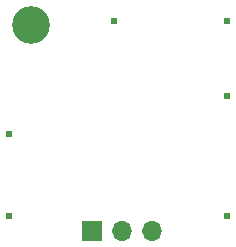
<source format=gbr>
G04 #@! TF.GenerationSoftware,KiCad,Pcbnew,(6.0.6)*
G04 #@! TF.CreationDate,2022-08-12T14:10:59+09:00*
G04 #@! TF.ProjectId,tutorial1,7475746f-7269-4616-9c31-2e6b69636164,1*
G04 #@! TF.SameCoordinates,PX7bfa480PY7bfa480*
G04 #@! TF.FileFunction,Soldermask,Bot*
G04 #@! TF.FilePolarity,Negative*
%FSLAX46Y46*%
G04 Gerber Fmt 4.6, Leading zero omitted, Abs format (unit mm)*
G04 Created by KiCad (PCBNEW (6.0.6)) date 2022-08-12 14:10:59*
%MOMM*%
%LPD*%
G01*
G04 APERTURE LIST*
%ADD10C,3.200000*%
%ADD11R,1.700000X1.700000*%
%ADD12O,1.700000X1.700000*%
%ADD13C,0.605000*%
G04 APERTURE END LIST*
D10*
X5000000Y20000000D03*
D11*
X10175000Y2540000D03*
D12*
X12715000Y2540000D03*
X15255000Y2540000D03*
D13*
X3175000Y10795000D03*
X21590000Y20320000D03*
X21590000Y3810000D03*
X21590000Y13970000D03*
X3175000Y3810000D03*
X12065000Y20320000D03*
M02*

</source>
